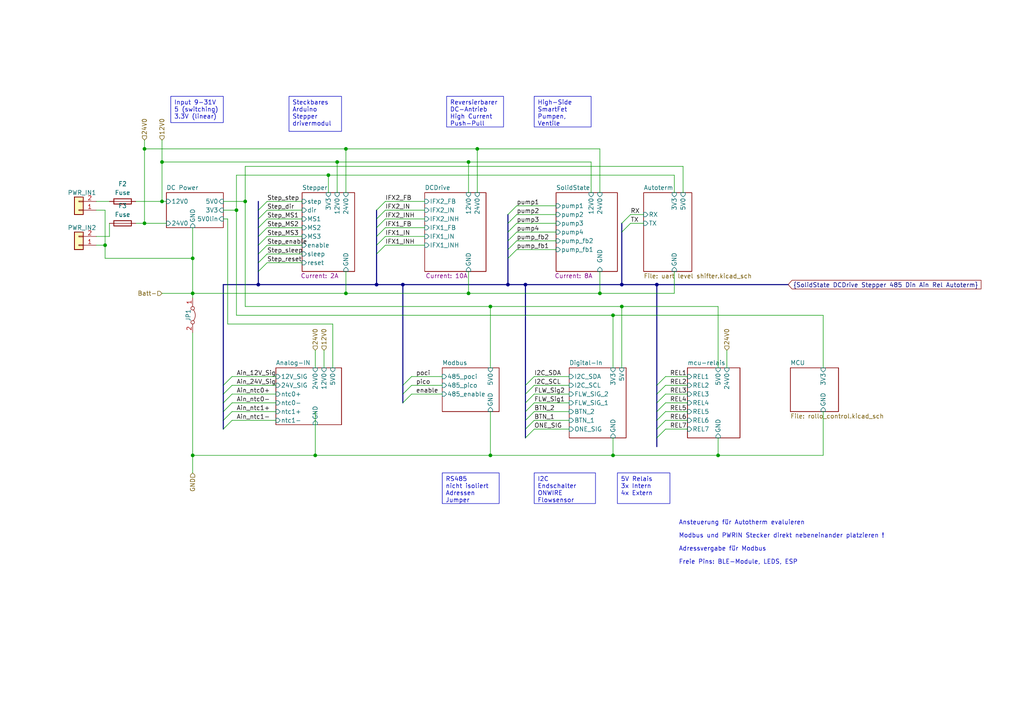
<source format=kicad_sch>
(kicad_sch (version 20230121) (generator eeschema)
  (paper "A4")
  (lib_symbols
    (symbol "Connector_Generic:Conn_01x02" (pin_names (offset 1.016) hide)
      (property "Reference" "J" (at 0 2.54 0))
      (property "Value" "Conn_01x02" (at 0 -5.08 0))
      (symbol "Conn_01x02_1_1"
        (rectangle (start -1.27 -2.413) (end 0 -2.667) (stroke (width 0.1524)))
        (rectangle (start -1.27 0.127) (end 0 -0.127) (stroke (width 0.1524)))
        (rectangle (start -1.27 1.27) (end 1.27 -3.81) (stroke (width 0.254)) (fill (type background)))
        (pin passive line (at -5.08 0 0) (length 3.81) (name "Pin_1") (number "1"))
        (pin passive line (at -5.08 -2.54 0) (length 3.81) (name "Pin_2") (number "2"))
      )
    )
    (symbol "Device:Fuse" (pin_numbers hide) (pin_names (offset 0))
      (property "Reference" "F" (at 2.032 0 90))
      (property "Value" "Fuse" (at -1.905 0 90))
      (symbol "Fuse_0_1"
        (rectangle (start -0.762 -2.54) (end 0.762 2.54) (stroke (width 0.254)))
        (polyline (pts (xy 0 2.54) (xy 0 -2.54)))
      )
      (symbol "Fuse_1_1"
        (pin passive line (at 0 3.81 270) (length 1.27) (name "~") (number "1"))
        (pin passive line (at 0 -3.81 90) (length 1.27) (name "~") (number "2"))
      )
    )
    (symbol "Jumper:Jumper_2_Bridged" (pin_names (offset 0) hide)
      (property "Reference" "JP" (at 0 1.905 0))
      (property "Value" "Jumper_2_Bridged" (at 0 -2.54 0))
      (symbol "Jumper_2_Bridged_0_0"
        (circle (center -2.032 0) (radius 0.508))
        (circle (center 2.032 0) (radius 0.508))
      )
      (symbol "Jumper_2_Bridged_0_1"
        (arc (start 1.524 0.254) (mid 0 0.762) (end -1.524 0.254))
      )
      (symbol "Jumper_2_Bridged_1_1"
        (pin passive line (at -5.08 0 0) (length 2.54) (name "A") (number "1"))
        (pin passive line (at 5.08 0 180) (length 2.54) (name "B") (number "2"))
      )
    )
  )
  (bus_alias "DCDrive" (members "IFX1_FB" "IFX1_IN" "IFX1_INH" "IFX2_FB" "IFX2_IN" "IFX2_INH"))
  (bus_alias "Autoterm" (members "RX" "TX"))
  (bus_alias "Ain" (members "Ain_ntc0+" "Ain_ntc0-" "Ain_12V_Sig" "Ain_24V_Sig" "Ain_ntc1+" "Ain_ntc1-"))
  (bus_alias "Rel" (members "REL1" "REL2" "REL3" "REL4" "REL5" "REL6" "REL7"))
  (bus_alias "485" (members "poci" "pico" "enable" ""))
  (bus_alias "Stepper" (members "Step_step" "Step_dir" "Step_MS1" "Step_MS2" "Step_MS3" "Step_enable" "Step_sleep" "Step_reset"))
  (bus_alias "Din" (members "I2C_SDA" "I2C_SCL" "FLW_Sig1" "FLW_Sig2" "BTN_1" "BTN_2" "ONE_SIG" ""))
  (bus_alias "SolidState" (members "pump1" "pump2" "pump3" "pump4" "pump_fb2" "pump_fb1"))
  (junction (at 116.84 82.55))
  (junction (at 41.91 43.18))
  (junction (at 138.43 43.18))
  (junction (at 180.34 88.9))
  (junction (at 55.88 74.93))
  (junction (at 147.32 82.55))
  (junction (at 97.79 46.99))
  (junction (at 208.28 132.08))
  (junction (at 142.24 132.08))
  (junction (at 30.48 71.12))
  (junction (at 180.34 82.55))
  (junction (at 41.91 64.77))
  (junction (at 152.4 82.55))
  (junction (at 100.33 43.18))
  (junction (at 135.89 46.99))
  (junction (at 91.44 132.08))
  (junction (at 46.99 58.42))
  (junction (at 173.99 85.09))
  (junction (at 71.12 58.42))
  (junction (at 100.33 85.09))
  (junction (at 177.8 91.44))
  (junction (at 190.5 82.55))
  (junction (at 109.22 82.55))
  (junction (at 95.25 50.8))
  (junction (at 74.93 82.55))
  (junction (at 142.24 88.9))
  (junction (at 177.8 132.08))
  (junction (at 135.89 85.09))
  (junction (at 46.99 46.99))
  (junction (at 55.88 85.09))
  (junction (at 55.88 132.08))
  (junction (at 68.58 60.96))
  (bus_entry (at 116.84 114.3) (size 2.54 -2.54))
  (bus_entry (at 74.93 73.66) (size 2.54 -2.54))
  (bus_entry (at 74.93 71.12) (size 2.54 -2.54))
  (bus_entry (at 109.22 68.58) (size 2.54 -2.54))
  (bus_entry (at 147.32 67.31) (size 2.54 -2.54))
  (bus_entry (at 109.22 73.66) (size 2.54 -2.54))
  (bus_entry (at 190.5 111.76) (size 2.54 -2.54))
  (bus_entry (at 147.32 72.39) (size 2.54 -2.54))
  (bus_entry (at 190.5 116.84) (size 2.54 -2.54))
  (bus_entry (at 64.77 119.38) (size 2.54 -2.54))
  (bus_entry (at 74.93 63.5) (size 2.54 -2.54))
  (bus_entry (at 147.32 69.85) (size 2.54 -2.54))
  (bus_entry (at 152.4 127) (size 2.54 -2.54))
  (bus_entry (at 152.4 124.46) (size 2.54 -2.54))
  (bus_entry (at 152.4 111.76) (size 2.54 -2.54))
  (bus_entry (at 109.22 60.96) (size 2.54 -2.54))
  (bus_entry (at 180.34 64.77) (size 2.54 -2.54))
  (bus_entry (at 152.4 114.3) (size 2.54 -2.54))
  (bus_entry (at 64.77 116.84) (size 2.54 -2.54))
  (bus_entry (at 74.93 78.74) (size 2.54 -2.54))
  (bus_entry (at 116.84 116.84) (size 2.54 -2.54))
  (bus_entry (at 74.93 76.2) (size 2.54 -2.54))
  (bus_entry (at 152.4 119.38) (size 2.54 -2.54))
  (bus_entry (at 190.5 121.92) (size 2.54 -2.54))
  (bus_entry (at 180.34 67.31) (size 2.54 -2.54))
  (bus_entry (at 152.4 121.92) (size 2.54 -2.54))
  (bus_entry (at 190.5 127) (size 2.54 -2.54))
  (bus_entry (at 109.22 71.12) (size 2.54 -2.54))
  (bus_entry (at 152.4 116.84) (size 2.54 -2.54))
  (bus_entry (at 109.22 63.5) (size 2.54 -2.54))
  (bus_entry (at 147.32 74.93) (size 2.54 -2.54))
  (bus_entry (at 74.93 60.96) (size 2.54 -2.54))
  (bus_entry (at 190.5 124.46) (size 2.54 -2.54))
  (bus_entry (at 109.22 66.04) (size 2.54 -2.54))
  (bus_entry (at 147.32 62.23) (size 2.54 -2.54))
  (bus_entry (at 64.77 111.76) (size 2.54 -2.54))
  (bus_entry (at 74.93 66.04) (size 2.54 -2.54))
  (bus_entry (at 74.93 68.58) (size 2.54 -2.54))
  (bus_entry (at 190.5 119.38) (size 2.54 -2.54))
  (bus_entry (at 116.84 111.76) (size 2.54 -2.54))
  (bus_entry (at 190.5 114.3) (size 2.54 -2.54))
  (bus_entry (at 64.77 114.3) (size 2.54 -2.54))
  (bus_entry (at 64.77 124.46) (size 2.54 -2.54))
  (bus_entry (at 64.77 121.92) (size 2.54 -2.54))
  (bus_entry (at 147.32 64.77) (size 2.54 -2.54))
  (wire (pts (xy 67.31 109.22) (xy 80.01 109.22)))
  (wire (pts (xy 238.76 91.44) (xy 238.76 106.68)))
  (wire (pts (xy 30.48 74.93) (xy 55.88 74.93)))
  (bus (pts (xy 116.84 82.55) (xy 109.22 82.55)))
  (wire (pts (xy 149.86 62.23) (xy 161.29 62.23)))
  (wire (pts (xy 238.76 119.38) (xy 238.76 132.08)))
  (bus (pts (xy 152.4 111.76) (xy 152.4 114.3)))
  (bus (pts (xy 190.5 82.55) (xy 190.5 111.76)))
  (bus (pts (xy 190.5 119.38) (xy 190.5 121.92)))
  (wire (pts (xy 71.12 58.42) (xy 71.12 88.9)))
  (bus (pts (xy 190.5 116.84) (xy 190.5 119.38)))
  (bus (pts (xy 64.77 116.84) (xy 64.77 119.38)))
  (wire (pts (xy 97.79 55.88) (xy 97.79 46.99)))
  (wire (pts (xy 193.04 114.3) (xy 199.39 114.3)))
  (bus (pts (xy 180.34 82.55) (xy 190.5 82.55)))
  (bus (pts (xy 147.32 82.55) (xy 116.84 82.55)))
  (wire (pts (xy 173.99 55.88) (xy 173.99 43.18)))
  (wire (pts (xy 149.86 67.31) (xy 161.29 67.31)))
  (bus (pts (xy 152.4 121.92) (xy 152.4 124.46)))
  (wire (pts (xy 64.77 60.96) (xy 68.58 60.96)))
  (wire (pts (xy 135.89 46.99) (xy 171.45 46.99)))
  (wire (pts (xy 55.88 66.04) (xy 55.88 74.93)))
  (wire (pts (xy 46.99 46.99) (xy 46.99 58.42)))
  (wire (pts (xy 198.12 48.26) (xy 71.12 48.26)))
  (bus (pts (xy 64.77 111.76) (xy 64.77 114.3)))
  (bus (pts (xy 147.32 74.93) (xy 147.32 82.55)))
  (wire (pts (xy 91.44 132.08) (xy 142.24 132.08)))
  (wire (pts (xy 173.99 78.74) (xy 173.99 85.09)))
  (bus (pts (xy 64.77 82.55) (xy 64.77 111.76)))
  (wire (pts (xy 193.04 121.92) (xy 199.39 121.92)))
  (bus (pts (xy 109.22 63.5) (xy 109.22 66.04)))
  (wire (pts (xy 210.82 101.6) (xy 210.82 106.68)))
  (bus (pts (xy 147.32 72.39) (xy 147.32 74.93)))
  (bus (pts (xy 74.93 58.42) (xy 74.93 60.96)))
  (bus (pts (xy 109.22 60.96) (xy 109.22 63.5)))
  (wire (pts (xy 100.33 78.74) (xy 100.33 85.09)))
  (wire (pts (xy 182.88 64.77) (xy 186.69 64.77)))
  (bus (pts (xy 147.32 82.55) (xy 152.4 82.55)))
  (wire (pts (xy 96.52 106.68) (xy 96.52 93.98)))
  (wire (pts (xy 30.48 71.12) (xy 30.48 74.93)))
  (wire (pts (xy 67.31 111.76) (xy 80.01 111.76)))
  (wire (pts (xy 100.33 85.09) (xy 135.89 85.09)))
  (bus (pts (xy 152.4 124.46) (xy 152.4 127)))
  (wire (pts (xy 138.43 55.88) (xy 138.43 43.18)))
  (bus (pts (xy 116.84 82.55) (xy 116.84 111.76)))
  (bus (pts (xy 74.93 66.04) (xy 74.93 68.58)))
  (wire (pts (xy 173.99 85.09) (xy 195.58 85.09)))
  (wire (pts (xy 208.28 127) (xy 208.28 132.08)))
  (wire (pts (xy 71.12 58.42) (xy 64.77 58.42)))
  (wire (pts (xy 55.88 132.08) (xy 91.44 132.08)))
  (wire (pts (xy 100.33 43.18) (xy 100.33 55.88)))
  (wire (pts (xy 142.24 132.08) (xy 177.8 132.08)))
  (wire (pts (xy 55.88 85.09) (xy 100.33 85.09)))
  (wire (pts (xy 111.76 63.5) (xy 123.19 63.5)))
  (bus (pts (xy 147.32 64.77) (xy 147.32 67.31)))
  (bus (pts (xy 152.4 82.55) (xy 152.4 111.76)))
  (bus (pts (xy 152.4 119.38) (xy 152.4 121.92)))
  (wire (pts (xy 77.47 73.66) (xy 87.63 73.66)))
  (bus (pts (xy 190.5 82.55) (xy 228.6 82.55)))
  (wire (pts (xy 71.12 48.26) (xy 71.12 58.42)))
  (bus (pts (xy 64.77 114.3) (xy 64.77 116.84)))
  (wire (pts (xy 119.38 109.22) (xy 128.27 109.22)))
  (bus (pts (xy 109.22 73.66) (xy 109.22 82.55)))
  (wire (pts (xy 135.89 55.88) (xy 135.89 46.99)))
  (bus (pts (xy 152.4 114.3) (xy 152.4 116.84)))
  (bus (pts (xy 64.77 119.38) (xy 64.77 121.92)))
  (wire (pts (xy 77.47 58.42) (xy 87.63 58.42)))
  (wire (pts (xy 100.33 43.18) (xy 138.43 43.18)))
  (wire (pts (xy 193.04 116.84) (xy 199.39 116.84)))
  (wire (pts (xy 77.47 63.5) (xy 87.63 63.5)))
  (wire (pts (xy 95.25 50.8) (xy 195.58 50.8)))
  (wire (pts (xy 208.28 132.08) (xy 238.76 132.08)))
  (bus (pts (xy 109.22 68.58) (xy 109.22 71.12)))
  (bus (pts (xy 190.5 114.3) (xy 190.5 116.84)))
  (wire (pts (xy 154.94 124.46) (xy 165.1 124.46)))
  (wire (pts (xy 27.94 68.58) (xy 31.75 68.58)))
  (bus (pts (xy 152.4 82.55) (xy 180.34 82.55)))
  (wire (pts (xy 135.89 85.09) (xy 173.99 85.09)))
  (wire (pts (xy 67.31 116.84) (xy 80.01 116.84)))
  (wire (pts (xy 68.58 60.96) (xy 68.58 50.8)))
  (wire (pts (xy 68.58 60.96) (xy 68.58 91.44)))
  (wire (pts (xy 149.86 69.85) (xy 161.29 69.85)))
  (wire (pts (xy 97.79 46.99) (xy 135.89 46.99)))
  (wire (pts (xy 177.8 132.08) (xy 208.28 132.08)))
  (bus (pts (xy 109.22 82.55) (xy 74.93 82.55)))
  (bus (pts (xy 74.93 60.96) (xy 74.93 63.5)))
  (bus (pts (xy 64.77 121.92) (xy 64.77 124.46)))
  (wire (pts (xy 154.94 119.38) (xy 165.1 119.38)))
  (wire (pts (xy 154.94 114.3) (xy 165.1 114.3)))
  (bus (pts (xy 109.22 66.04) (xy 109.22 68.58)))
  (wire (pts (xy 95.25 50.8) (xy 95.25 55.88)))
  (wire (pts (xy 142.24 119.38) (xy 142.24 132.08)))
  (bus (pts (xy 190.5 127) (xy 190.5 129.54)))
  (bus (pts (xy 74.93 68.58) (xy 74.93 71.12)))
  (wire (pts (xy 55.88 96.52) (xy 55.88 132.08)))
  (wire (pts (xy 77.47 60.96) (xy 87.63 60.96)))
  (wire (pts (xy 91.44 101.6) (xy 91.44 106.68)))
  (wire (pts (xy 111.76 58.42) (xy 123.19 58.42)))
  (wire (pts (xy 149.86 64.77) (xy 161.29 64.77)))
  (wire (pts (xy 67.31 114.3) (xy 80.01 114.3)))
  (wire (pts (xy 111.76 66.04) (xy 123.19 66.04)))
  (wire (pts (xy 67.31 121.92) (xy 80.01 121.92)))
  (bus (pts (xy 109.22 71.12) (xy 109.22 73.66)))
  (wire (pts (xy 93.98 101.6) (xy 93.98 106.68)))
  (bus (pts (xy 116.84 114.3) (xy 116.84 116.84)))
  (bus (pts (xy 74.93 76.2) (xy 74.93 78.74)))
  (wire (pts (xy 55.88 86.36) (xy 55.88 85.09)))
  (wire (pts (xy 154.94 116.84) (xy 165.1 116.84)))
  (wire (pts (xy 154.94 111.76) (xy 165.1 111.76)))
  (wire (pts (xy 154.94 121.92) (xy 165.1 121.92)))
  (wire (pts (xy 46.99 58.42) (xy 48.26 58.42)))
  (wire (pts (xy 180.34 88.9) (xy 208.28 88.9)))
  (bus (pts (xy 180.34 67.31) (xy 180.34 82.55)))
  (wire (pts (xy 111.76 60.96) (xy 123.19 60.96)))
  (wire (pts (xy 193.04 124.46) (xy 199.39 124.46)))
  (wire (pts (xy 66.04 93.98) (xy 66.04 63.5)))
  (wire (pts (xy 41.91 40.64) (xy 41.91 43.18)))
  (wire (pts (xy 149.86 59.69) (xy 161.29 59.69)))
  (bus (pts (xy 74.93 73.66) (xy 74.93 76.2)))
  (wire (pts (xy 46.99 46.99) (xy 97.79 46.99)))
  (wire (pts (xy 177.8 106.68) (xy 177.8 91.44)))
  (wire (pts (xy 41.91 43.18) (xy 100.33 43.18)))
  (bus (pts (xy 147.32 67.31) (xy 147.32 69.85)))
  (wire (pts (xy 77.47 68.58) (xy 87.63 68.58)))
  (wire (pts (xy 27.94 58.42) (xy 31.75 58.42)))
  (wire (pts (xy 142.24 88.9) (xy 71.12 88.9)))
  (wire (pts (xy 55.88 137.16) (xy 55.88 132.08)))
  (bus (pts (xy 74.93 71.12) (xy 74.93 73.66)))
  (wire (pts (xy 135.89 78.74) (xy 135.89 85.09)))
  (bus (pts (xy 74.93 63.5) (xy 74.93 66.04)))
  (wire (pts (xy 149.86 72.39) (xy 161.29 72.39)))
  (wire (pts (xy 182.88 62.23) (xy 186.69 62.23)))
  (wire (pts (xy 96.52 93.98) (xy 66.04 93.98)))
  (wire (pts (xy 91.44 119.38) (xy 91.44 132.08)))
  (wire (pts (xy 138.43 43.18) (xy 173.99 43.18)))
  (wire (pts (xy 66.04 63.5) (xy 64.77 63.5)))
  (bus (pts (xy 116.84 111.76) (xy 116.84 114.3)))
  (bus (pts (xy 190.5 121.92) (xy 190.5 124.46)))
  (wire (pts (xy 68.58 50.8) (xy 95.25 50.8)))
  (wire (pts (xy 193.04 111.76) (xy 199.39 111.76)))
  (wire (pts (xy 46.99 85.09) (xy 55.88 85.09)))
  (wire (pts (xy 111.76 71.12) (xy 123.19 71.12)))
  (wire (pts (xy 31.75 68.58) (xy 31.75 64.77)))
  (bus (pts (xy 74.93 82.55) (xy 64.77 82.55)))
  (wire (pts (xy 171.45 55.88) (xy 171.45 46.99)))
  (wire (pts (xy 154.94 109.22) (xy 165.1 109.22)))
  (wire (pts (xy 195.58 78.74) (xy 195.58 85.09)))
  (wire (pts (xy 180.34 88.9) (xy 180.34 106.68)))
  (bus (pts (xy 74.93 78.74) (xy 74.93 82.55)))
  (wire (pts (xy 77.47 71.12) (xy 87.63 71.12)))
  (wire (pts (xy 142.24 88.9) (xy 180.34 88.9)))
  (wire (pts (xy 77.47 76.2) (xy 87.63 76.2)))
  (wire (pts (xy 46.99 40.64) (xy 46.99 46.99)))
  (wire (pts (xy 27.94 71.12) (xy 30.48 71.12)))
  (wire (pts (xy 119.38 114.3) (xy 128.27 114.3)))
  (wire (pts (xy 55.88 74.93) (xy 55.88 85.09)))
  (wire (pts (xy 39.37 64.77) (xy 41.91 64.77)))
  (bus (pts (xy 147.32 62.23) (xy 147.32 64.77)))
  (wire (pts (xy 142.24 88.9) (xy 142.24 106.68)))
  (wire (pts (xy 208.28 106.68) (xy 208.28 88.9)))
  (bus (pts (xy 147.32 69.85) (xy 147.32 72.39)))
  (wire (pts (xy 238.76 91.44) (xy 177.8 91.44)))
  (wire (pts (xy 195.58 55.88) (xy 195.58 50.8)))
  (wire (pts (xy 39.37 58.42) (xy 46.99 58.42)))
  (wire (pts (xy 177.8 127) (xy 177.8 132.08)))
  (wire (pts (xy 119.38 111.76) (xy 128.27 111.76)))
  (wire (pts (xy 198.12 55.88) (xy 198.12 48.26)))
  (bus (pts (xy 152.4 116.84) (xy 152.4 119.38)))
  (wire (pts (xy 77.47 66.04) (xy 87.63 66.04)))
  (wire (pts (xy 41.91 64.77) (xy 48.26 64.77)))
  (wire (pts (xy 193.04 109.22) (xy 199.39 109.22)))
  (wire (pts (xy 111.76 68.58) (xy 123.19 68.58)))
  (bus (pts (xy 190.5 111.76) (xy 190.5 114.3)))
  (wire (pts (xy 30.48 60.96) (xy 30.48 71.12)))
  (wire (pts (xy 67.31 119.38) (xy 80.01 119.38)))
  (wire (pts (xy 177.8 91.44) (xy 68.58 91.44)))
  (wire (pts (xy 41.91 43.18) (xy 41.91 64.77)))
  (wire (pts (xy 193.04 119.38) (xy 199.39 119.38)))
  (bus (pts (xy 190.5 124.46) (xy 190.5 127)))
  (wire (pts (xy 27.94 60.96) (xy 30.48 60.96)))
  (bus (pts (xy 180.34 64.77) (xy 180.34 67.31)))
  (text_box "Reversierbarer DC-Antrieb\nHigh Current Push-Pull\n" (at 129.54 27.94 0) (size 16.51 8.89) (effects (font (size 1.27 1.27)) (justify left top)))
  (text_box "Steckbares\nArduino \nStepper\ndrivermodul\n" (at 83.82 27.94 0) (size 15.24 10.16) (effects (font (size 1.27 1.27)) (justify left top)))
  (text_box "Input 9-31V\n5 (switching)\n3.3V (linear)\n" (at 49.53 27.94 0) (size 15.24 7.62) (effects (font (size 1.27 1.27)) (justify left top)))
  (text_box "High-Side\nSmartFet\nPumpen,\nVentile\n\n" (at 154.94 27.94 0) (size 16.51 8.89) (effects (font (size 1.27 1.27)) (justify left top)))
  (text_box "5V Relais\n3x Intern\n4x Extern\n" (at 179.07 137.16 0) (size 15.24 8.89) (effects (font (size 1.27 1.27)) (justify left top)))
  (text_box "RS485\nnicht isoliert\nAdressen Jumper\n" (at 128.27 137.16 0) (size 16.51 8.89) (effects (font (size 1.27 1.27)) (justify left top)))
  (text_box "I2C\nEndschalter\nONWIRE\nFlowsensor\n" (at 154.94 137.16 0) (size 17.78 8.89) (effects (font (size 1.27 1.27)) (justify left top)))
  (text "Ansteuerung für Autotherm evaluieren\n" (at 196.85 152.4 0) (effects (font (size 1.27 1.27)) (justify left bottom)))
  (text "Freie Pins: BLE-Module, LEDS, ESP" (at 196.85 163.83 0) (effects (font (size 1.27 1.27)) (justify left bottom)))
  (text "Adressvergabe für Modbus" (at 196.85 160.02 0) (effects (font (size 1.27 1.27)) (justify left bottom)))
  (text "Modbus und PWRIN Stecker direkt nebeneinander platzieren !" (at 196.85 156.21 0) (effects (font (size 1.27 1.27)) (justify left bottom)))
  (label "FLW_Sig2" (at 154.94 114.3 0))
  (label "pump_fb2" (at 149.86 69.85 0))
  (label "IFX1_FB" (at 111.76 66.04 0))
  (label "BTN_2" (at 154.94 119.38 0))
  (label "Ain_ntc0+" (at 68.58 114.3 0))
  (label "pump2" (at 149.86 62.23 0))
  (label "ONE_SIG" (at 154.94 124.46 0))
  (label "Ain_ntc1-" (at 68.58 121.92 0))
  (label "enable" (at 120.65 114.3 0))
  (label "I2C_SDA" (at 154.94 109.22 0))
  (label "REL3" (at 194.31 114.3 0))
  (label "REL7" (at 194.31 124.46 0))
  (label "FLW_Sig1" (at 154.94 116.84 0))
  (label "REL6" (at 194.31 121.92 0))
  (label "Step_MS2" (at 77.47 66.04 0))
  (label "Ain_24V_Sig" (at 68.58 111.76 0))
  (label "I2C_SCL" (at 154.94 111.76 0))
  (label "REL4" (at 194.31 116.84 0))
  (label "Step_MS1" (at 77.47 63.5 0))
  (label "pump1" (at 149.86 59.69 0))
  (label "pico" (at 120.65 111.76 0))
  (label "Step_reset" (at 77.47 76.2 0))
  (label "Ain_ntc0-" (at 68.58 116.84 0))
  (label "Step_dir" (at 77.47 60.96 0))
  (label "IFX2_FB" (at 111.76 58.42 0))
  (label "REL2" (at 194.31 111.76 0))
  (label "IFX1_INH" (at 111.76 71.12 0))
  (label "Step_step" (at 77.47 58.42 0))
  (label "IFX2_INH" (at 111.76 63.5 0))
  (label "pump_fb1" (at 149.86 72.39 0))
  (label "Step_MS3" (at 77.47 68.58 0))
  (label "Ain_ntc1+" (at 68.58 119.38 0))
  (label "Step_enable" (at 77.47 71.12 0))
  (label "REL1" (at 194.31 109.22 0))
  (label "RX" (at 182.88 62.23 0))
  (label "BTN_1" (at 154.94 121.92 0))
  (label "Step_sleep" (at 77.47 73.66 0))
  (label "REL5" (at 194.31 119.38 0))
  (label "pump3" (at 149.86 64.77 0))
  (label "poci" (at 120.65 109.22 0))
  (label "pump4" (at 149.86 67.31 0))
  (label "Ain_12V_Sig" (at 68.58 109.22 0))
  (label "TX" (at 182.88 64.77 0))
  (label "IFX1_IN" (at 111.76 68.58 0))
  (label "IFX2_IN" (at 111.76 60.96 0))
  (global_label "{SolidState DCDrive Stepper 485 Din Ain Rel Autoterm}" (shape input) (at 228.6 82.55 0) (property "Intersheetrefs" "${INTERSHEET_REFS}" (effects hide)))
  (hierarchical_label "12V0" (shape input) (at 46.99 40.64 90))
  (hierarchical_label "24V0" (shape input) (at 210.82 101.6 90))
  (hierarchical_label "12V0" (shape input) (at 93.98 101.6 90))
  (hierarchical_label "GND" (shape input) (at 55.88 137.16 270))
  (hierarchical_label "24V0" (shape input) (at 41.91 40.64 90))
  (hierarchical_label "Batt-" (shape input) (at 46.99 85.09 180))
  (hierarchical_label "24V0" (shape input) (at 91.44 101.6 90))
  (symbol (lib_id "Connector_Generic:Conn_01x02") (at 22.86 60.96 180) (unit 1)
    (property "Reference" "PWR_IN1" (at 27.94 55.88 0) (effects (justify left)))
    (property "Value" "Conn_01x02" (effects hide))
    (property "Footprint" "Connector_Phoenix_MSTB:PhoenixContact_MSTBA_2,5_2-G-5,08_1x02_P5.08mm_Horizontal" (effects hide))
  )
  (symbol (lib_id "Jumper:Jumper_2_Bridged") (at 55.88 91.44 270) (unit 1)
    (property "Reference" "JP1" (at 54.61 91.44 0))
    (property "Value" "Jumper_2_Bridged" (effects hide))
  )
  (symbol (lib_id "Connector_Generic:Conn_01x02") (at 22.86 71.12 180) (unit 1)
    (property "Reference" "PWR_IN2" (at 27.94 66.04 0) (effects (justify left)))
    (property "Value" "Conn_01x02" (effects hide))
    (property "Footprint" "Connector_Phoenix_MSTB:PhoenixContact_MSTBA_2,5_2-G-5,08_1x02_P5.08mm_Horizontal" (effects hide))
  )
  (symbol (lib_id "Device:Fuse") (at 35.56 58.42 90) (unit 1)
    (property "Reference" "F2" (at 35.56 53.34 90))
    (property "Value" "Fuse" (at 35.56 55.88 90))
    (property "Footprint" "Fuse:Fuseholder_Blade_ATO_Littelfuse_Pudenz_2_Pin" (effects hide))
    (property "Datasheet" "https://www.distrelec.de/Web/Downloads/_t/ds/1786164_eng_ger_tds.pdf" (effects hide))
  )
  (symbol (lib_id "Device:Fuse") (at 35.56 64.77 90) (unit 1)
    (property "Reference" "F3" (at 35.56 59.69 90))
    (property "Value" "Fuse" (at 35.56 62.23 90))
    (property "Footprint" "Fuse:Fuseholder_Blade_ATO_Littelfuse_Pudenz_2_Pin" (effects hide))
    (property "Datasheet" "https://www.distrelec.de/Web/Downloads/_t/ds/1786164_eng_ger_tds.pdf" (effects hide))
  )
  (sheet (at 161.29 55.88) (size 17.78 22.86) (stroke (width 0.1524))
    (property "Sheetname" "SolidState" (at 161.29 55.1684 0) (effects (justify left bottom)))
    (property "Sheetfile" "BTS724G.kicad_sch" (effects hide))
    (property "Current" "8A" (at 166.37 80.01 0) (show_name))
    (pin "12V0" input (at 171.45 55.88 90))
    (pin "24V0" input (at 173.99 55.88 90))
    (pin "pump1" input (at 161.29 59.69 180))
    (pin "pump2" input (at 161.29 62.23 180))
    (pin "pump3" input (at 161.29 64.77 180))
    (pin "pump4" input (at 161.29 67.31 180))
    (pin "pump_fb2" input (at 161.29 69.85 180))
    (pin "pump_fb1" input (at 161.29 72.39 180))
    (pin " GND" input (at 173.99 78.74 270))
  )
  (sheet (at 165.1 106.68) (size 16.51 20.32) (stroke (width 0.1524))
    (property "Sheetname" "Digital-In" (at 165.1 105.9684 0) (effects (justify left bottom)))
    (property "Sheetfile" "Digital input.kicad_sch" (effects hide))
    (pin "I2C_SCL" input (at 165.1 111.76 180))
    (pin "I2C_SDA" input (at 165.1 109.22 180))
    (pin "ONE_SIG" input (at 165.1 124.46 180))
    (pin "BTN_2" input (at 165.1 119.38 180))
    (pin "BTN_1" input (at 165.1 121.92 180))
    (pin "GND" input (at 177.8 127 270))
    (pin "3V3" input (at 177.8 106.68 90))
    (pin "5V" input (at 180.34 106.68 90))
    (pin "FLW_SIG_2" input (at 165.1 114.3 180))
    (pin "FLW_SIG_1" input (at 165.1 116.84 180))
  )
  (sheet (at 186.69 55.88) (size 13.97 22.86) (stroke (width 0.1524))
    (property "Sheetname" "Autoterm" (at 186.69 55.1684 0) (effects (justify left bottom)))
    (property "Sheetfile" "uart level shifter.kicad_sch" (at 186.69 79.3246 0) (effects (justify left top)))
    (pin "GND" input (at 195.58 78.74 270))
    (pin "3V3" input (at 195.58 55.88 90))
    (pin "RX" input (at 186.69 62.23 180))
    (pin "TX" input (at 186.69 64.77 180))
    (pin "5V0" input (at 198.12 55.88 90))
  )
  (sheet (at 80.01 106.68) (size 19.05 16.51) (stroke (width 0.1524))
    (property "Sheetname" "Analog-IN" (at 80.01 105.9684 0) (effects (justify left bottom)))
    (property "Sheetfile" "Analog24-12.kicad_sch" (effects hide))
    (pin "12V_SIG" input (at 80.01 109.22 180))
    (pin "24V0" input (at 91.44 106.68 90))
    (pin "24V_SIG" input (at 80.01 111.76 180))
    (pin "12V0" input (at 93.98 106.68 90))
    (pin "GND" input (at 91.44 123.19 270))
    (pin "5V0" input (at 96.52 106.68 90))
    (pin "ntc1+" input (at 80.01 119.38 180))
    (pin "ntc1-" input (at 80.01 121.92 180))
    (pin "ntc0-" input (at 80.01 116.84 180))
    (pin "ntc0+" input (at 80.01 114.3 180))
  )
  (sheet (at 123.19 55.88) (size 17.78 22.86) (stroke (width 0.1524))
    (property "Sheetname" "DCDrive" (at 123.19 55.1684 0) (effects (justify left bottom)))
    (property "Sheetfile" "reversing_dc.kicad_sch" (effects hide))
    (property "Current" "10A" (at 129.54 80.01 0) (show_name))
    (pin "IFX2_FB" input (at 123.19 58.42 180))
    (pin "GND" input (at 135.89 78.74 270))
    (pin "IFX2_IN" input (at 123.19 60.96 180))
    (pin "IFX2_INH" input (at 123.19 63.5 180))
    (pin "IFX1_FB" input (at 123.19 66.04 180))
    (pin "IFX1_IN" input (at 123.19 68.58 180))
    (pin "IFX1_INH" input (at 123.19 71.12 180))
    (pin "12V0" input (at 135.89 55.88 90))
    (pin "24V0" input (at 138.43 55.88 90))
  )
  (sheet (at 48.26 55.88) (size 16.51 10.16) (stroke (width 0.1524))
    (property "Sheetname" "DC Power" (at 48.26 55.1684 0) (effects (justify left bottom)))
    (property "Sheetfile" "5V_3V3 DCDC.kicad_sch" (effects hide))
    (pin "GND" input (at 55.88 66.04 270))
    (pin "5V0" input (at 64.77 58.42 0))
    (pin "3V3" input (at 64.77 60.96 0))
    (pin "12V0" input (at 48.26 58.42 180))
    (pin "24V0" input (at 48.26 64.77 180))
    (pin "5V0lin" input (at 64.77 63.5 0))
  )
  (sheet (at 229.235 106.68) (size 13.97 12.7) (stroke (width 0.1524))
    (property "Sheetname" "MCU" (at 229.235 105.9684 0) (effects (justify left bottom)))
    (property "Sheetfile" "rollo_control.kicad_sch" (at 229.235 119.9646 0) (effects (justify left top)))
    (pin "3V3" input (at 238.76 106.68 90))
    (pin "GND" input (at 238.76 119.38 270))
  )
  (sheet (at 128.27 106.68) (size 16.51 12.7) (stroke (width 0.1524))
    (property "Sheetname" "Modbus" (at 128.27 105.9684 0) (effects (justify left bottom)))
    (property "Sheetfile" "RS485niso.kicad_sch" (effects hide))
    (pin "GND" input (at 142.24 119.38 270))
    (pin "485_poci" input (at 128.27 109.22 180))
    (pin "485_pico" input (at 128.27 111.76 180))
    (pin "485_enable" input (at 128.27 114.3 180))
    (pin "5V0" input (at 142.24 106.68 90))
  )
  (sheet (at 87.63 55.88) (size 15.24 22.86) (stroke (width 0.1524))
    (property "Sheetname" "Stepper" (at 87.63 55.1684 0) (effects (justify left bottom)))
    (property "Sheetfile" "A4988Stepper.kicad_sch" (effects hide))
    (property "Current" "2A" (at 92.71 80.01 0) (show_name))
    (pin "3V3" input (at 95.25 55.88 90))
    (pin "MS3" input (at 87.63 68.58 180))
    (pin "dir" input (at 87.63 60.96 180))
    (pin "MS1" input (at 87.63 63.5 180))
    (pin "MS2" input (at 87.63 66.04 180))
    (pin "12V0" input (at 97.79 55.88 90))
    (pin "24V0" input (at 100.33 55.88 90))
    (pin "enable" input (at 87.63 71.12 180))
    (pin "sleep" input (at 87.63 73.66 180))
    (pin "step" input (at 87.63 58.42 180))
    (pin "reset" input (at 87.63 76.2 180))
    (pin "GND" input (at 100.33 78.74 270))
  )
  (sheet (at 199.39 106.68) (size 15.24 20.32) (stroke (width 0.1524))
    (property "Sheetname" "mcu-relais" (at 199.39 105.9684 0) (effects (justify left bottom)))
    (property "Sheetfile" "relaisausgaenge.kicad_sch" (effects hide))
    (pin "5V0" input (at 208.28 106.68 90))
    (pin "GND" input (at 208.28 127 270))
    (pin "REL1" input (at 199.39 109.22 180))
    (pin "REL2" input (at 199.39 111.76 180))
    (pin "REL3" input (at 199.39 114.3 180))
    (pin "REL4" input (at 199.39 116.84 180))
    (pin "REL5" input (at 199.39 119.38 180))
    (pin "REL6" input (at 199.39 121.92 180))
    (pin "REL7" input (at 199.39 124.46 180))
    (pin "24V0" input (at 210.82 106.68 90))
  )
)
</source>
